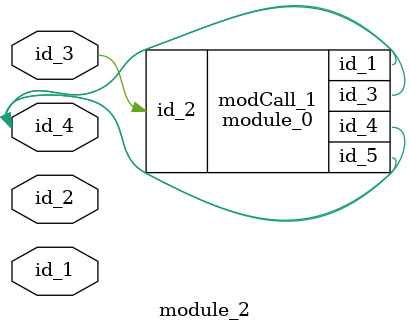
<source format=v>
module module_0 (
    id_1,
    id_2,
    id_3,
    id_4,
    id_5
);
  inout wire id_5;
  output wire id_4;
  output wire id_3;
  input wire id_2;
  output wire id_1;
endmodule
module module_1 ();
  wire id_1, id_2;
  wire id_3;
  module_0 modCall_1 (
      id_3,
      id_2,
      id_2,
      id_1,
      id_3
  );
endmodule
module module_2 (
    id_1,
    id_2,
    id_3,
    id_4
);
  inout wire id_4;
  input wire id_3;
  input wire id_2;
  input wire id_1;
  always @(id_4) $display;
  module_0 modCall_1 (
      id_4,
      id_3,
      id_4,
      id_4,
      id_4
  );
  wire id_5;
endmodule

</source>
